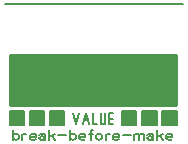
<source format=gbr>
%FSLAX34Y34*%
%MOMM*%
%LNSILK_TOP*%
G71*
G01*
%ADD10C, 0.150*%
%ADD11C, 0.175*%
%ADD12C, 0.300*%
%ADD13C, 0.151*%
%LPD*%
G54D10*
X153000Y-174000D02*
X3000Y-174000D01*
G54D11*
X60319Y-266278D02*
X62764Y-276056D01*
X65208Y-266278D01*
G54D11*
X68630Y-276056D02*
X71074Y-266278D01*
X73519Y-276056D01*
G54D11*
X69608Y-272389D02*
X72541Y-272389D01*
G54D11*
X76941Y-266278D02*
X76941Y-276056D01*
X80363Y-276056D01*
G54D11*
X83785Y-266278D02*
X83785Y-274222D01*
X84274Y-275444D01*
X85252Y-276056D01*
X86230Y-276056D01*
X87207Y-275444D01*
X87696Y-274222D01*
X87696Y-266278D01*
G54D11*
X94540Y-276056D02*
X91118Y-276056D01*
X91118Y-266278D01*
X94540Y-266278D01*
G54D11*
X91118Y-271167D02*
X94540Y-271167D01*
G36*
X7669Y-217919D02*
X147669Y-217919D01*
X147669Y-259919D01*
X7669Y-259919D01*
X7669Y-217919D01*
G37*
G54D12*
X7669Y-217919D02*
X147669Y-217919D01*
X147669Y-259919D01*
X7669Y-259919D01*
X7669Y-217919D01*
G36*
X114000Y-265000D02*
X114000Y-277000D01*
X102000Y-277000D01*
X102000Y-265000D01*
X114000Y-265000D01*
G37*
G54D10*
X114000Y-265000D02*
X114000Y-277000D01*
X102000Y-277000D01*
X102000Y-265000D01*
X114000Y-265000D01*
G36*
X131000Y-265000D02*
X131000Y-277000D01*
X119000Y-277000D01*
X119000Y-265000D01*
X131000Y-265000D01*
G37*
G54D10*
X131000Y-265000D02*
X131000Y-277000D01*
X119000Y-277000D01*
X119000Y-265000D01*
X131000Y-265000D01*
G36*
X148000Y-265000D02*
X148000Y-277000D01*
X136000Y-277000D01*
X136000Y-265000D01*
X148000Y-265000D01*
G37*
G54D10*
X148000Y-265000D02*
X148000Y-277000D01*
X136000Y-277000D01*
X136000Y-265000D01*
X148000Y-265000D01*
G36*
X19000Y-265000D02*
X19000Y-277000D01*
X7000Y-277000D01*
X7000Y-265000D01*
X19000Y-265000D01*
G37*
G54D10*
X19000Y-265000D02*
X19000Y-277000D01*
X7000Y-277000D01*
X7000Y-265000D01*
X19000Y-265000D01*
G36*
X36000Y-265000D02*
X36000Y-277000D01*
X24000Y-277000D01*
X24000Y-265000D01*
X36000Y-265000D01*
G37*
G54D10*
X36000Y-265000D02*
X36000Y-277000D01*
X24000Y-277000D01*
X24000Y-265000D01*
X36000Y-265000D01*
G36*
X53000Y-265000D02*
X53000Y-277000D01*
X41000Y-277000D01*
X41000Y-265000D01*
X53000Y-265000D01*
G37*
G54D10*
X53000Y-265000D02*
X53000Y-277000D01*
X41000Y-277000D01*
X41000Y-265000D01*
X53000Y-265000D01*
G54D13*
X9319Y-289056D02*
X9319Y-280611D01*
G54D13*
X9319Y-285678D02*
X10163Y-284622D01*
X11852Y-284306D01*
X13541Y-284622D01*
X14386Y-285678D01*
X14386Y-287789D01*
X13541Y-288844D01*
X11852Y-289056D01*
X10163Y-288844D01*
X9319Y-287789D01*
G54D13*
X17342Y-289056D02*
X17342Y-284306D01*
G54D13*
X17342Y-285361D02*
X19031Y-284306D01*
X20720Y-284306D01*
G54D13*
X28743Y-288528D02*
X27392Y-289056D01*
X25703Y-289056D01*
X24014Y-288528D01*
X23676Y-287472D01*
X23676Y-285678D01*
X24520Y-284622D01*
X26209Y-284306D01*
X27898Y-284622D01*
X28743Y-285361D01*
X28743Y-286417D01*
X23676Y-286417D01*
G54D13*
X31699Y-284833D02*
X33388Y-284306D01*
X35415Y-284306D01*
X36766Y-285361D01*
X36766Y-289056D01*
G54D13*
X36766Y-287472D02*
X35921Y-286417D01*
X34232Y-286206D01*
X32543Y-286417D01*
X31699Y-287472D01*
X32037Y-288528D01*
X33388Y-289056D01*
X34232Y-289056D01*
X34570Y-289056D01*
X35921Y-288528D01*
X36766Y-287472D01*
G54D13*
X39722Y-289056D02*
X39722Y-280611D01*
G54D13*
X42255Y-285889D02*
X44789Y-289056D01*
G54D13*
X39722Y-286944D02*
X44789Y-284306D01*
G54D13*
X47745Y-285361D02*
X54501Y-285361D01*
G54D13*
X57457Y-289056D02*
X57457Y-280611D01*
G54D13*
X57457Y-285678D02*
X58301Y-284622D01*
X59990Y-284306D01*
X61679Y-284622D01*
X62524Y-285678D01*
X62524Y-287789D01*
X61679Y-288844D01*
X59990Y-289056D01*
X58301Y-288844D01*
X57457Y-287789D01*
G54D13*
X70547Y-288528D02*
X69196Y-289056D01*
X67507Y-289056D01*
X65818Y-288528D01*
X65480Y-287472D01*
X65480Y-285678D01*
X66324Y-284622D01*
X68013Y-284306D01*
X69702Y-284622D01*
X70547Y-285361D01*
X70547Y-286417D01*
X65480Y-286417D01*
G54D13*
X75192Y-289056D02*
X75192Y-281139D01*
X76036Y-280611D01*
X76881Y-280928D01*
G54D13*
X73503Y-284306D02*
X76881Y-284306D01*
G54D13*
X84904Y-287789D02*
X84904Y-285678D01*
X84059Y-284622D01*
X82370Y-284306D01*
X80681Y-284622D01*
X79837Y-285678D01*
X79837Y-287789D01*
X80681Y-288844D01*
X82370Y-289056D01*
X84059Y-288844D01*
X84904Y-287789D01*
G54D13*
X87860Y-289056D02*
X87860Y-284306D01*
G54D13*
X87860Y-285361D02*
X89549Y-284306D01*
X91238Y-284306D01*
G54D13*
X99261Y-288528D02*
X97910Y-289056D01*
X96221Y-289056D01*
X94532Y-288528D01*
X94194Y-287472D01*
X94194Y-285678D01*
X95038Y-284622D01*
X96727Y-284306D01*
X98416Y-284622D01*
X99261Y-285361D01*
X99261Y-286417D01*
X94194Y-286417D01*
G54D13*
X102217Y-285361D02*
X108973Y-285361D01*
G54D13*
X111929Y-289056D02*
X111929Y-284306D01*
G54D13*
X111929Y-285150D02*
X113618Y-284306D01*
X115307Y-284622D01*
X116151Y-285361D01*
X116151Y-289056D01*
G54D13*
X116151Y-285150D02*
X117840Y-284306D01*
X119529Y-284622D01*
X120373Y-285361D01*
X120373Y-289056D01*
G54D13*
X123329Y-284833D02*
X125018Y-284306D01*
X127045Y-284306D01*
X128396Y-285361D01*
X128396Y-289056D01*
G54D13*
X128396Y-287472D02*
X127551Y-286417D01*
X125862Y-286206D01*
X124173Y-286417D01*
X123329Y-287472D01*
X123667Y-288528D01*
X125018Y-289056D01*
X125862Y-289056D01*
X126200Y-289056D01*
X127551Y-288528D01*
X128396Y-287472D01*
G54D13*
X131352Y-289056D02*
X131352Y-280611D01*
G54D13*
X133885Y-285889D02*
X136419Y-289056D01*
G54D13*
X131352Y-286944D02*
X136419Y-284306D01*
G54D13*
X144442Y-288528D02*
X143091Y-289056D01*
X141402Y-289056D01*
X139713Y-288528D01*
X139375Y-287472D01*
X139375Y-285678D01*
X140219Y-284622D01*
X141908Y-284306D01*
X143597Y-284622D01*
X144442Y-285361D01*
X144442Y-286417D01*
X139375Y-286417D01*
M02*

</source>
